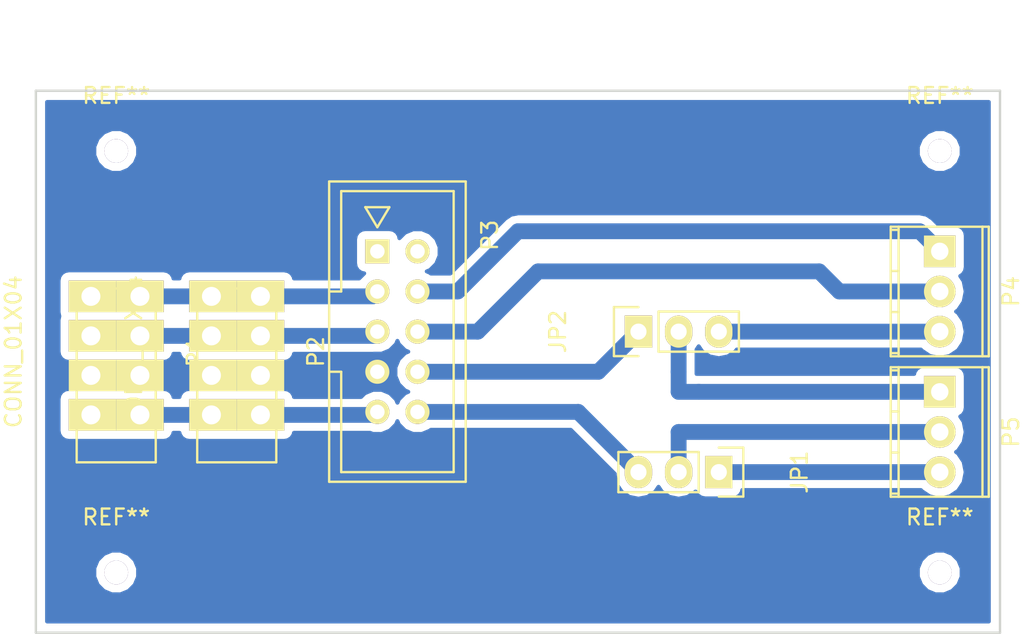
<source format=kicad_pcb>
(kicad_pcb (version 4) (host pcbnew 4.0.1-stable)

  (general
    (links 24)
    (no_connects 0)
    (area 106.736917 87.4 176.671203 128.06418)
    (thickness 1.6)
    (drawings 5)
    (tracks 45)
    (zones 0)
    (modules 11)
    (nets 15)
  )

  (page A4)
  (title_block
    (title "Connect board")
    (date 2016-03-18)
    (rev 1.0)
    (company "Manuel Bouyer")
  )

  (layers
    (0 F.Cu signal)
    (31 B.Cu signal)
    (32 B.Adhes user)
    (33 F.Adhes user)
    (34 B.Paste user)
    (35 F.Paste user)
    (36 B.SilkS user)
    (37 F.SilkS user)
    (38 B.Mask user)
    (39 F.Mask user)
    (40 Dwgs.User user)
    (41 Cmts.User user)
    (42 Eco1.User user)
    (43 Eco2.User user)
    (44 Edge.Cuts user)
    (45 Margin user)
    (46 B.CrtYd user)
    (47 F.CrtYd user)
    (48 B.Fab user)
    (49 F.Fab user)
  )

  (setup
    (last_trace_width 0.7)
    (user_trace_width 0.5)
    (user_trace_width 0.7)
    (user_trace_width 1)
    (user_trace_width 1.5)
    (user_trace_width 2)
    (trace_clearance 0.5)
    (zone_clearance 0.508)
    (zone_45_only no)
    (trace_min 0.5)
    (segment_width 0.2)
    (edge_width 0.15)
    (via_size 2)
    (via_drill 0.8)
    (via_min_size 2)
    (via_min_drill 0.8)
    (uvia_size 0.3)
    (uvia_drill 0.1)
    (uvias_allowed no)
    (uvia_min_size 0.2)
    (uvia_min_drill 0.1)
    (pcb_text_width 0.3)
    (pcb_text_size 1.5 1.5)
    (mod_edge_width 0.15)
    (mod_text_size 1 1)
    (mod_text_width 0.15)
    (pad_size 1.524 1.524)
    (pad_drill 0.762)
    (pad_to_mask_clearance 0.2)
    (aux_axis_origin 101.6 92.71)
    (grid_origin 101.6 92.71)
    (visible_elements 7FFFFFFF)
    (pcbplotparams
      (layerselection 0x00030_80000001)
      (usegerberextensions false)
      (excludeedgelayer true)
      (linewidth 0.100000)
      (plotframeref false)
      (viasonmask false)
      (mode 1)
      (useauxorigin false)
      (hpglpennumber 1)
      (hpglpenspeed 20)
      (hpglpendiameter 15)
      (hpglpenoverlay 2)
      (psnegative false)
      (psa4output false)
      (plotreference true)
      (plotvalue true)
      (plotinvisibletext false)
      (padsonsilk false)
      (subtractmaskfromsilk false)
      (outputformat 1)
      (mirror false)
      (drillshape 1)
      (scaleselection 1)
      (outputdirectory ""))
  )

  (net 0 "")
  (net 1 /RS232_RX)
  (net 2 /VHF_RX_A)
  (net 3 /A_TX)
  (net 4 /B_TX)
  (net 5 /VHF_RX_B)
  (net 6 /VHF_GND)
  (net 7 /CAN_+12V)
  (net 8 /CAN_GND)
  (net 9 /CANL)
  (net 10 /CANH)
  (net 11 "Net-(P3-Pad1)")
  (net 12 "Net-(P3-Pad2)")
  (net 13 /A_RX)
  (net 14 /B_RX)

  (net_class Default "This is the default net class."
    (clearance 0.5)
    (trace_width 0.7)
    (via_dia 2)
    (via_drill 0.8)
    (uvia_dia 0.3)
    (uvia_drill 0.1)
    (add_net /A_RX)
    (add_net /A_TX)
    (add_net /B_RX)
    (add_net /B_TX)
    (add_net /CANH)
    (add_net /CANL)
    (add_net /CAN_+12V)
    (add_net /CAN_GND)
    (add_net /RS232_RX)
    (add_net /VHF_GND)
    (add_net /VHF_RX_A)
    (add_net /VHF_RX_B)
    (add_net "Net-(P3-Pad1)")
    (add_net "Net-(P3-Pad2)")
  )

  (module local:MountingHole_dia3mm (layer F.Cu) (tedit 56C8246C) (tstamp 56CA6B95)
    (at 115.57 96.52)
    (descr "Mounting hole, Befestigungsbohrung, 2,5mm, No Annular, Kein Restring,")
    (tags "Mounting hole, Befestigungsbohrung, 2,5mm, No Annular, Kein Restring,")
    (fp_text reference REF** (at 0 -3.50012) (layer F.SilkS)
      (effects (font (size 1 1) (thickness 0.15)))
    )
    (fp_text value MountingHole_dia3mm (at 0.09906 3.59918) (layer F.Fab) hide
      (effects (font (size 1 1) (thickness 0.15)))
    )
    (fp_circle (center 0 0) (end 3 0) (layer Cmts.User) (width 0.381))
    (pad 1 thru_hole circle (at 0 0) (size 1.5 1.5) (drill 1.5) (layers *.Cu)
      (zone_connect 0))
  )

  (module local:MountingHole_dia3mm (layer F.Cu) (tedit 56C8246C) (tstamp 56CA6B8F)
    (at 115.57 123.19)
    (descr "Mounting hole, Befestigungsbohrung, 2,5mm, No Annular, Kein Restring,")
    (tags "Mounting hole, Befestigungsbohrung, 2,5mm, No Annular, Kein Restring,")
    (fp_text reference REF** (at 0 -3.50012) (layer F.SilkS)
      (effects (font (size 1 1) (thickness 0.15)))
    )
    (fp_text value MountingHole_dia3mm (at 0.09906 3.59918) (layer F.Fab) hide
      (effects (font (size 1 1) (thickness 0.15)))
    )
    (fp_circle (center 0 0) (end 3 0) (layer Cmts.User) (width 0.381))
    (pad 1 thru_hole circle (at 0 0) (size 1.5 1.5) (drill 1.5) (layers *.Cu)
      (zone_connect 0))
  )

  (module local:MountingHole_dia3mm (layer F.Cu) (tedit 56C8246C) (tstamp 56CA6B88)
    (at 167.64 123.19)
    (descr "Mounting hole, Befestigungsbohrung, 2,5mm, No Annular, Kein Restring,")
    (tags "Mounting hole, Befestigungsbohrung, 2,5mm, No Annular, Kein Restring,")
    (fp_text reference REF** (at 0 -3.50012) (layer F.SilkS)
      (effects (font (size 1 1) (thickness 0.15)))
    )
    (fp_text value MountingHole_dia3mm (at 0.09906 3.59918) (layer F.Fab) hide
      (effects (font (size 1 1) (thickness 0.15)))
    )
    (fp_circle (center 0 0) (end 3 0) (layer Cmts.User) (width 0.381))
    (pad 1 thru_hole circle (at 0 0) (size 1.5 1.5) (drill 1.5) (layers *.Cu)
      (zone_connect 0))
  )

  (module FS_Pin_Headers:Pin_Header_Straight_1x03 (layer F.Cu) (tedit 0) (tstamp 56CA5649)
    (at 153.67 116.84 270)
    (descr "Through hole pin header")
    (tags "pin header")
    (path /56C8223E)
    (fp_text reference JP1 (at 0 -5.1 270) (layer F.SilkS)
      (effects (font (size 1 1) (thickness 0.15)))
    )
    (fp_text value JUMPER3 (at 0 -3.1 270) (layer F.Fab)
      (effects (font (size 1 1) (thickness 0.15)))
    )
    (fp_line (start -1.75 -1.75) (end -1.75 6.85) (layer F.CrtYd) (width 0.05))
    (fp_line (start 1.75 -1.75) (end 1.75 6.85) (layer F.CrtYd) (width 0.05))
    (fp_line (start -1.75 -1.75) (end 1.75 -1.75) (layer F.CrtYd) (width 0.05))
    (fp_line (start -1.75 6.85) (end 1.75 6.85) (layer F.CrtYd) (width 0.05))
    (fp_line (start -1.27 1.27) (end -1.27 6.35) (layer F.SilkS) (width 0.15))
    (fp_line (start -1.27 6.35) (end 1.27 6.35) (layer F.SilkS) (width 0.15))
    (fp_line (start 1.27 6.35) (end 1.27 1.27) (layer F.SilkS) (width 0.15))
    (fp_line (start 1.55 -1.55) (end 1.55 0) (layer F.SilkS) (width 0.15))
    (fp_line (start 1.27 1.27) (end -1.27 1.27) (layer F.SilkS) (width 0.15))
    (fp_line (start -1.55 0) (end -1.55 -1.55) (layer F.SilkS) (width 0.15))
    (fp_line (start -1.55 -1.55) (end 1.55 -1.55) (layer F.SilkS) (width 0.15))
    (pad 1 thru_hole rect (at 0 0 270) (size 2.032 1.7272) (drill 1.016) (layers *.Cu *.Mask F.SilkS)
      (net 1 /RS232_RX))
    (pad 2 thru_hole oval (at 0 2.54 270) (size 2.032 1.7272) (drill 1.016) (layers *.Cu *.Mask F.SilkS)
      (net 2 /VHF_RX_A))
    (pad 3 thru_hole oval (at 0 5.08 270) (size 2.032 1.7272) (drill 1.016) (layers *.Cu *.Mask F.SilkS)
      (net 3 /A_TX))
    (model Pin_Headers.3dshapes/Pin_Header_Straight_1x03.wrl
      (at (xyz 0 -0.1 0))
      (scale (xyz 1 1 1))
      (rotate (xyz 0 0 90))
    )
  )

  (module FS_Pin_Headers:Pin_Header_Straight_1x03 (layer F.Cu) (tedit 0) (tstamp 56CA565B)
    (at 148.59 107.95 90)
    (descr "Through hole pin header")
    (tags "pin header")
    (path /56C8223F)
    (fp_text reference JP2 (at 0 -5.1 90) (layer F.SilkS)
      (effects (font (size 1 1) (thickness 0.15)))
    )
    (fp_text value JUMPER3 (at 0 -3.1 90) (layer F.Fab)
      (effects (font (size 1 1) (thickness 0.15)))
    )
    (fp_line (start -1.75 -1.75) (end -1.75 6.85) (layer F.CrtYd) (width 0.05))
    (fp_line (start 1.75 -1.75) (end 1.75 6.85) (layer F.CrtYd) (width 0.05))
    (fp_line (start -1.75 -1.75) (end 1.75 -1.75) (layer F.CrtYd) (width 0.05))
    (fp_line (start -1.75 6.85) (end 1.75 6.85) (layer F.CrtYd) (width 0.05))
    (fp_line (start -1.27 1.27) (end -1.27 6.35) (layer F.SilkS) (width 0.15))
    (fp_line (start -1.27 6.35) (end 1.27 6.35) (layer F.SilkS) (width 0.15))
    (fp_line (start 1.27 6.35) (end 1.27 1.27) (layer F.SilkS) (width 0.15))
    (fp_line (start 1.55 -1.55) (end 1.55 0) (layer F.SilkS) (width 0.15))
    (fp_line (start 1.27 1.27) (end -1.27 1.27) (layer F.SilkS) (width 0.15))
    (fp_line (start -1.55 0) (end -1.55 -1.55) (layer F.SilkS) (width 0.15))
    (fp_line (start -1.55 -1.55) (end 1.55 -1.55) (layer F.SilkS) (width 0.15))
    (pad 1 thru_hole rect (at 0 0 90) (size 2.032 1.7272) (drill 1.016) (layers *.Cu *.Mask F.SilkS)
      (net 4 /B_TX))
    (pad 2 thru_hole oval (at 0 2.54 90) (size 2.032 1.7272) (drill 1.016) (layers *.Cu *.Mask F.SilkS)
      (net 5 /VHF_RX_B))
    (pad 3 thru_hole oval (at 0 5.08 90) (size 2.032 1.7272) (drill 1.016) (layers *.Cu *.Mask F.SilkS)
      (net 6 /VHF_GND))
    (model Pin_Headers.3dshapes/Pin_Header_Straight_1x03.wrl
      (at (xyz 0 -0.1 0))
      (scale (xyz 1 1 1))
      (rotate (xyz 0 0 90))
    )
  )

  (module phoenix-local:phoenix_1770979 (layer F.Cu) (tedit 530C63AF) (tstamp 56CA566B)
    (at 115.57 109.22 90)
    (path /56C8223D)
    (fp_text reference P1 (at 0 5 90) (layer F.SilkS)
      (effects (font (size 1 1) (thickness 0.15)))
    )
    (fp_text value CONN_01X04 (at 0 -6.5 90) (layer F.SilkS)
      (effects (font (size 1 1) (thickness 0.15)))
    )
    (fp_line (start 4 2.5) (end 4 -2.5) (layer F.SilkS) (width 0.15))
    (fp_line (start 4 -2.5) (end -7 -2.5) (layer F.SilkS) (width 0.15))
    (fp_line (start -7 -2.5) (end -7 2.5) (layer F.SilkS) (width 0.15))
    (fp_line (start -7 2.5) (end 4 2.5) (layer F.SilkS) (width 0.15))
    (pad 1 thru_hole rect (at -4 1.5 90) (size 2 3) (drill 1.2) (layers *.Cu *.Mask F.SilkS)
      (net 7 /CAN_+12V))
    (pad 1 thru_hole rect (at -4 -1.6 90) (size 2 3) (drill 1.2 (offset 0 0.1)) (layers *.Cu *.Mask F.SilkS)
      (net 7 /CAN_+12V))
    (pad 2 thru_hole rect (at -1.5 -1.6 90) (size 2 3) (drill 1.2 (offset 0 0.1)) (layers *.Cu *.Mask F.SilkS)
      (net 8 /CAN_GND))
    (pad 2 thru_hole rect (at -1.5 1.5 90) (size 2 3) (drill 1.2) (layers *.Cu *.Mask F.SilkS)
      (net 8 /CAN_GND))
    (pad 3 thru_hole rect (at 1 1.5 90) (size 2 3) (drill 1.2) (layers *.Cu *.Mask F.SilkS)
      (net 9 /CANL))
    (pad 4 thru_hole rect (at 3.5 1.5 90) (size 2 3) (drill 1.2) (layers *.Cu *.Mask F.SilkS)
      (net 10 /CANH))
    (pad 4 thru_hole rect (at 3.5 -1.6 90) (size 2 3) (drill 1.2 (offset 0 0.1)) (layers *.Cu *.Mask F.SilkS)
      (net 10 /CANH))
    (pad 3 thru_hole rect (at 1 -1.6 90) (size 2 3) (drill 1.2 (offset 0 0.1)) (layers *.Cu *.Mask F.SilkS)
      (net 9 /CANL))
  )

  (module phoenix-local:phoenix_1770979 (layer F.Cu) (tedit 530C63AF) (tstamp 56CA567B)
    (at 123.19 109.22 90)
    (path /56C8223C)
    (fp_text reference P2 (at 0 5 90) (layer F.SilkS)
      (effects (font (size 1 1) (thickness 0.15)))
    )
    (fp_text value CONN_01X04 (at 0 -6.5 90) (layer F.SilkS)
      (effects (font (size 1 1) (thickness 0.15)))
    )
    (fp_line (start 4 2.5) (end 4 -2.5) (layer F.SilkS) (width 0.15))
    (fp_line (start 4 -2.5) (end -7 -2.5) (layer F.SilkS) (width 0.15))
    (fp_line (start -7 -2.5) (end -7 2.5) (layer F.SilkS) (width 0.15))
    (fp_line (start -7 2.5) (end 4 2.5) (layer F.SilkS) (width 0.15))
    (pad 1 thru_hole rect (at -4 1.5 90) (size 2 3) (drill 1.2) (layers *.Cu *.Mask F.SilkS)
      (net 7 /CAN_+12V))
    (pad 1 thru_hole rect (at -4 -1.6 90) (size 2 3) (drill 1.2 (offset 0 0.1)) (layers *.Cu *.Mask F.SilkS)
      (net 7 /CAN_+12V))
    (pad 2 thru_hole rect (at -1.5 -1.6 90) (size 2 3) (drill 1.2 (offset 0 0.1)) (layers *.Cu *.Mask F.SilkS)
      (net 8 /CAN_GND))
    (pad 2 thru_hole rect (at -1.5 1.5 90) (size 2 3) (drill 1.2) (layers *.Cu *.Mask F.SilkS)
      (net 8 /CAN_GND))
    (pad 3 thru_hole rect (at 1 1.5 90) (size 2 3) (drill 1.2) (layers *.Cu *.Mask F.SilkS)
      (net 9 /CANL))
    (pad 4 thru_hole rect (at 3.5 1.5 90) (size 2 3) (drill 1.2) (layers *.Cu *.Mask F.SilkS)
      (net 10 /CANH))
    (pad 4 thru_hole rect (at 3.5 -1.6 90) (size 2 3) (drill 1.2 (offset 0 0.1)) (layers *.Cu *.Mask F.SilkS)
      (net 10 /CANH))
    (pad 3 thru_hole rect (at 1 -1.6 90) (size 2 3) (drill 1.2 (offset 0 0.1)) (layers *.Cu *.Mask F.SilkS)
      (net 9 /CANL))
  )

  (module local:he10s-10d (layer F.Cu) (tedit 56C08102) (tstamp 56CA5697)
    (at 133.35 107.95 270)
    (descr "Connecteur HE10 10 contacts droit")
    (tags "CONN HE10")
    (path /56C8223B)
    (fp_text reference P3 (at -6.096 -5.842 270) (layer F.SilkS)
      (effects (font (size 1 1) (thickness 0.15)))
    )
    (fp_text value HE10-10 (at 6.096 5.842 270) (layer F.Fab)
      (effects (font (size 1 1) (thickness 0.15)))
    )
    (fp_line (start 9.502 -4.318) (end 9.502 4.318) (layer F.SilkS) (width 0.15))
    (fp_line (start 9.5 4.318) (end -9.5 4.318) (layer F.SilkS) (width 0.15))
    (fp_line (start -9.5 -4.318) (end 9.5 -4.318) (layer F.SilkS) (width 0.15))
    (fp_line (start -8.89 3.556) (end -8.89 -3.556) (layer F.SilkS) (width 0.15))
    (fp_line (start 8.89 3.556) (end 8.89 -3.556) (layer F.SilkS) (width 0.15))
    (fp_line (start -2.54 4.318) (end -2.54 3.556) (layer F.SilkS) (width 0.15))
    (fp_line (start -2.54 3.556) (end -8.89 3.556) (layer F.SilkS) (width 0.15))
    (fp_line (start -8.89 -3.556) (end 8.89 -3.556) (layer F.SilkS) (width 0.15))
    (fp_line (start 8.89 3.556) (end 2.54 3.556) (layer F.SilkS) (width 0.15))
    (fp_line (start 2.54 3.556) (end 2.54 4.318) (layer F.SilkS) (width 0.15))
    (fp_line (start -9.502 4.318) (end -9.502 -4.318) (layer F.SilkS) (width 0.15))
    (fp_line (start -6.604 1.27) (end -7.874 0.508) (layer F.SilkS) (width 0.15))
    (fp_line (start -7.874 0.508) (end -7.874 2.032) (layer F.SilkS) (width 0.15))
    (fp_line (start -7.874 2.032) (end -6.604 1.27) (layer F.SilkS) (width 0.15))
    (pad 1 thru_hole rect (at -5.08 1.27 270) (size 1.524 1.524) (drill 0.9144) (layers *.Cu *.Mask F.SilkS)
      (net 11 "Net-(P3-Pad1)"))
    (pad 2 thru_hole circle (at -5.08 -1.27 270) (size 1.524 1.524) (drill 0.9144) (layers *.Cu *.Mask F.SilkS)
      (net 12 "Net-(P3-Pad2)"))
    (pad 3 thru_hole circle (at -2.54 1.27 270) (size 1.524 1.524) (drill 0.9144) (layers *.Cu *.Mask F.SilkS)
      (net 10 /CANH))
    (pad 4 thru_hole circle (at -2.54 -1.27 270) (size 1.524 1.524) (drill 0.9144) (layers *.Cu *.Mask F.SilkS)
      (net 13 /A_RX))
    (pad 5 thru_hole circle (at 0 1.27 270) (size 1.524 1.524) (drill 0.9144) (layers *.Cu *.Mask F.SilkS)
      (net 9 /CANL))
    (pad 6 thru_hole circle (at 0 -1.27 270) (size 1.524 1.524) (drill 0.9144) (layers *.Cu *.Mask F.SilkS)
      (net 14 /B_RX))
    (pad 7 thru_hole circle (at 2.54 1.27 270) (size 1.524 1.524) (drill 0.9144) (layers *.Cu *.Mask F.SilkS)
      (net 8 /CAN_GND))
    (pad 8 thru_hole circle (at 2.54 -1.27 270) (size 1.524 1.524) (drill 0.9144) (layers *.Cu *.Mask F.SilkS)
      (net 4 /B_TX))
    (pad 9 thru_hole circle (at 5.08 1.27 270) (size 1.524 1.524) (drill 0.9144) (layers *.Cu *.Mask F.SilkS)
      (net 7 /CAN_+12V))
    (pad 10 thru_hole circle (at 5.08 -1.27 270) (size 1.524 1.524) (drill 0.9144) (layers *.Cu *.Mask F.SilkS)
      (net 3 /A_TX))
    (model Connect.3dshapes/he10-10d.wrl
      (at (xyz 0 0 0))
      (scale (xyz 1 1 1))
      (rotate (xyz 0 0 0))
    )
  )

  (module FS_Terminal_Blocks:TerminalBlock_Pheonix_MPT-2.54mm_3pol (layer F.Cu) (tedit 0) (tstamp 56CA56AC)
    (at 167.64 102.87 270)
    (descr "3-way 2.54mm pitch terminal block, Phoenix MPT series")
    (path /00000000)
    (fp_text reference P4 (at 2.54 -4.50088 270) (layer F.SilkS)
      (effects (font (size 1 1) (thickness 0.15)))
    )
    (fp_text value CONN_01X03 (at 2.54 4.50088 270) (layer F.Fab)
      (effects (font (size 1 1) (thickness 0.15)))
    )
    (fp_line (start -1.778 3.302) (end 6.858 3.302) (layer F.CrtYd) (width 0.05))
    (fp_line (start -1.778 -3.302) (end -1.778 3.302) (layer F.CrtYd) (width 0.05))
    (fp_line (start 6.858 -3.302) (end -1.778 -3.302) (layer F.CrtYd) (width 0.05))
    (fp_line (start 6.858 3.302) (end 6.858 -3.302) (layer F.CrtYd) (width 0.05))
    (fp_line (start 6.63956 -3.0988) (end -1.55956 -3.0988) (layer F.SilkS) (width 0.15))
    (fp_line (start 6.63956 -2.70002) (end -1.55956 -2.70002) (layer F.SilkS) (width 0.15))
    (fp_line (start 6.63956 2.60096) (end -1.55956 2.60096) (layer F.SilkS) (width 0.15))
    (fp_line (start -1.55956 3.0988) (end 6.63956 3.0988) (layer F.SilkS) (width 0.15))
    (fp_line (start 3.84048 2.60096) (end 3.84048 3.0988) (layer F.SilkS) (width 0.15))
    (fp_line (start -1.3589 3.0988) (end -1.3589 2.60096) (layer F.SilkS) (width 0.15))
    (fp_line (start 6.44144 2.60096) (end 6.44144 3.0988) (layer F.SilkS) (width 0.15))
    (fp_line (start 1.24206 3.0988) (end 1.24206 2.60096) (layer F.SilkS) (width 0.15))
    (fp_line (start 6.63956 3.0988) (end 6.63956 -3.0988) (layer F.SilkS) (width 0.15))
    (fp_line (start -1.55702 -3.0988) (end -1.55702 3.0988) (layer F.SilkS) (width 0.15))
    (pad 3 thru_hole oval (at 5.08 0 270) (size 1.99898 1.99898) (drill 1.09728) (layers *.Cu *.Mask F.SilkS)
      (net 6 /VHF_GND))
    (pad 1 thru_hole rect (at 0 0 270) (size 1.99898 1.99898) (drill 1.09728) (layers *.Cu *.Mask F.SilkS)
      (net 13 /A_RX))
    (pad 2 thru_hole oval (at 2.54 0 270) (size 1.99898 1.99898) (drill 1.09728) (layers *.Cu *.Mask F.SilkS)
      (net 14 /B_RX))
    (model Terminal_Blocks.3dshapes/TerminalBlock_Pheonix_MPT-2.54mm_3pol.wrl
      (at (xyz 0.1 0 0))
      (scale (xyz 1 1 1))
      (rotate (xyz 0 0 0))
    )
  )

  (module FS_Terminal_Blocks:TerminalBlock_Pheonix_MPT-2.54mm_3pol (layer F.Cu) (tedit 0) (tstamp 56CA56C1)
    (at 167.64 111.76 270)
    (descr "3-way 2.54mm pitch terminal block, Phoenix MPT series")
    (path /56C82240)
    (fp_text reference P5 (at 2.54 -4.50088 270) (layer F.SilkS)
      (effects (font (size 1 1) (thickness 0.15)))
    )
    (fp_text value CONN_01X03 (at 2.54 4.50088 270) (layer F.Fab)
      (effects (font (size 1 1) (thickness 0.15)))
    )
    (fp_line (start -1.778 3.302) (end 6.858 3.302) (layer F.CrtYd) (width 0.05))
    (fp_line (start -1.778 -3.302) (end -1.778 3.302) (layer F.CrtYd) (width 0.05))
    (fp_line (start 6.858 -3.302) (end -1.778 -3.302) (layer F.CrtYd) (width 0.05))
    (fp_line (start 6.858 3.302) (end 6.858 -3.302) (layer F.CrtYd) (width 0.05))
    (fp_line (start 6.63956 -3.0988) (end -1.55956 -3.0988) (layer F.SilkS) (width 0.15))
    (fp_line (start 6.63956 -2.70002) (end -1.55956 -2.70002) (layer F.SilkS) (width 0.15))
    (fp_line (start 6.63956 2.60096) (end -1.55956 2.60096) (layer F.SilkS) (width 0.15))
    (fp_line (start -1.55956 3.0988) (end 6.63956 3.0988) (layer F.SilkS) (width 0.15))
    (fp_line (start 3.84048 2.60096) (end 3.84048 3.0988) (layer F.SilkS) (width 0.15))
    (fp_line (start -1.3589 3.0988) (end -1.3589 2.60096) (layer F.SilkS) (width 0.15))
    (fp_line (start 6.44144 2.60096) (end 6.44144 3.0988) (layer F.SilkS) (width 0.15))
    (fp_line (start 1.24206 3.0988) (end 1.24206 2.60096) (layer F.SilkS) (width 0.15))
    (fp_line (start 6.63956 3.0988) (end 6.63956 -3.0988) (layer F.SilkS) (width 0.15))
    (fp_line (start -1.55702 -3.0988) (end -1.55702 3.0988) (layer F.SilkS) (width 0.15))
    (pad 3 thru_hole oval (at 5.08 0 270) (size 1.99898 1.99898) (drill 1.09728) (layers *.Cu *.Mask F.SilkS)
      (net 1 /RS232_RX))
    (pad 1 thru_hole rect (at 0 0 270) (size 1.99898 1.99898) (drill 1.09728) (layers *.Cu *.Mask F.SilkS)
      (net 5 /VHF_RX_B))
    (pad 2 thru_hole oval (at 2.54 0 270) (size 1.99898 1.99898) (drill 1.09728) (layers *.Cu *.Mask F.SilkS)
      (net 2 /VHF_RX_A))
    (model Terminal_Blocks.3dshapes/TerminalBlock_Pheonix_MPT-2.54mm_3pol.wrl
      (at (xyz 0.1 0 0))
      (scale (xyz 1 1 1))
      (rotate (xyz 0 0 0))
    )
  )

  (module local:MountingHole_dia3mm (layer F.Cu) (tedit 56C8246C) (tstamp 56CA6B73)
    (at 167.64 96.52)
    (descr "Mounting hole, Befestigungsbohrung, 2,5mm, No Annular, Kein Restring,")
    (tags "Mounting hole, Befestigungsbohrung, 2,5mm, No Annular, Kein Restring,")
    (fp_text reference REF** (at 0 -3.50012) (layer F.SilkS)
      (effects (font (size 1 1) (thickness 0.15)))
    )
    (fp_text value MountingHole_dia3mm (at 0.09906 3.59918) (layer F.Fab) hide
      (effects (font (size 1 1) (thickness 0.15)))
    )
    (fp_circle (center 0 0) (end 3 0) (layer Cmts.User) (width 0.381))
    (pad 1 thru_hole circle (at 0 0) (size 1.5 1.5) (drill 1.5) (layers *.Cu)
      (zone_connect 0))
  )

  (dimension 60.96 (width 0.3) (layer Dwgs.User)
    (gr_text "60.960 mm" (at 140.97 88.9) (layer Dwgs.User)
      (effects (font (size 1.5 1.5) (thickness 0.3)))
    )
    (feature1 (pts (xy 171.45 90.17) (xy 171.45 90.17)))
    (feature2 (pts (xy 110.49 90.17) (xy 110.49 90.17)))
    (crossbar (pts (xy 110.49 90.17) (xy 171.45 90.17)))
    (arrow1a (pts (xy 171.45 90.17) (xy 170.323496 90.756421)))
    (arrow1b (pts (xy 171.45 90.17) (xy 170.323496 89.583579)))
    (arrow2a (pts (xy 110.49 90.17) (xy 111.616504 90.756421)))
    (arrow2b (pts (xy 110.49 90.17) (xy 111.616504 89.583579)))
  )
  (gr_line (start 110.49 92.71) (end 171.45 92.71) (angle 90) (layer Edge.Cuts) (width 0.15))
  (gr_line (start 110.49 127) (end 110.49 92.71) (angle 90) (layer Edge.Cuts) (width 0.15))
  (gr_line (start 171.45 127) (end 110.49 127) (angle 90) (layer Edge.Cuts) (width 0.15))
  (gr_line (start 171.45 92.71) (end 171.45 127) (angle 90) (layer Edge.Cuts) (width 0.15))

  (segment (start 167.64 116.84) (end 153.67 116.84) (width 1) (layer B.Cu) (net 1))
  (segment (start 167.64 114.3) (end 151.13 114.3) (width 1) (layer B.Cu) (net 2))
  (segment (start 151.13 114.3) (end 151.13 116.84) (width 1) (layer B.Cu) (net 2) (tstamp 56CA57F3))
  (segment (start 144.78 113.03) (end 148.59 116.84) (width 1) (layer B.Cu) (net 3) (tstamp 56CA57EC))
  (segment (start 134.62 113.03) (end 144.78 113.03) (width 1) (layer B.Cu) (net 3))
  (segment (start 134.62 110.49) (end 146.05 110.49) (width 1) (layer B.Cu) (net 4))
  (segment (start 146.05 110.49) (end 148.59 107.95) (width 1) (layer B.Cu) (net 4) (tstamp 56CA57E9))
  (segment (start 151.13 110.49) (end 151.13 111.76) (width 1) (layer B.Cu) (net 5))
  (segment (start 151.13 111.76) (end 152.4 111.76) (width 1) (layer B.Cu) (net 5) (tstamp 56CA57FB))
  (segment (start 152.4 111.76) (end 167.64 111.76) (width 1) (layer B.Cu) (net 5))
  (segment (start 151.13 107.95) (end 151.13 110.49) (width 1) (layer B.Cu) (net 5) (tstamp 56CA57F7))
  (segment (start 167.64 107.95) (end 153.67 107.95) (width 1) (layer B.Cu) (net 6))
  (segment (start 121.59 113.22) (end 124.69 113.22) (width 1) (layer B.Cu) (net 7) (status 30))
  (segment (start 117.07 113.22) (end 121.59 113.22) (width 1) (layer B.Cu) (net 7) (tstamp 56CA57CA) (status 10))
  (segment (start 113.97 113.22) (end 117.07 113.22) (width 1) (layer B.Cu) (net 7) (status 30))
  (segment (start 124.69 113.22) (end 131.89 113.22) (width 1) (layer B.Cu) (net 7) (tstamp 56CA57CE) (status 10))
  (segment (start 124.69 113.22) (end 124.88 113.03) (width 0.7) (layer B.Cu) (net 7) (tstamp 56CA5796) (status 30))
  (segment (start 131.89 113.22) (end 132.08 113.03) (width 1) (layer B.Cu) (net 7) (tstamp 56CA57CF))
  (segment (start 113.97 110.72) (end 117.07 110.72) (width 1) (layer B.Cu) (net 8) (status 30))
  (segment (start 121.59 110.72) (end 124.69 110.72) (width 1) (layer B.Cu) (net 8) (tstamp 56CA57C5) (status 30))
  (segment (start 117.07 110.72) (end 121.59 110.72) (width 1) (layer B.Cu) (net 8) (tstamp 56CA57C4) (status 10))
  (segment (start 124.69 110.72) (end 131.85 110.72) (width 1) (layer B.Cu) (net 8) (tstamp 56CA57C6) (status 10))
  (segment (start 124.69 110.72) (end 124.92 110.49) (width 0.7) (layer B.Cu) (net 8) (tstamp 56CA5790) (status 30))
  (segment (start 131.85 110.72) (end 132.08 110.49) (width 1) (layer B.Cu) (net 8) (tstamp 56CA57C7))
  (segment (start 113.97 108.22) (end 117.07 108.22) (width 1) (layer B.Cu) (net 9) (status 30))
  (segment (start 121.59 108.22) (end 124.69 108.22) (width 1) (layer B.Cu) (net 9) (tstamp 56CA57BF) (status 30))
  (segment (start 117.07 108.22) (end 121.59 108.22) (width 1) (layer B.Cu) (net 9) (tstamp 56CA57BE) (status 10))
  (segment (start 124.69 108.22) (end 131.81 108.22) (width 1) (layer B.Cu) (net 9) (tstamp 56CA57C0) (status 10))
  (segment (start 131.81 108.22) (end 132.08 107.95) (width 1) (layer B.Cu) (net 9) (tstamp 56CA57C1))
  (segment (start 124.69 108.22) (end 124.96 107.95) (width 0.7) (layer B.Cu) (net 9) (tstamp 56CA578A) (status 30))
  (segment (start 113.97 105.72) (end 117.07 105.72) (width 1) (layer B.Cu) (net 10) (status 30))
  (segment (start 121.59 105.72) (end 124.69 105.72) (width 1) (layer B.Cu) (net 10) (tstamp 56CA57B9) (status 30))
  (segment (start 117.07 105.72) (end 121.59 105.72) (width 1) (layer B.Cu) (net 10) (tstamp 56CA57B8) (status 10))
  (segment (start 124.69 105.72) (end 131.77 105.72) (width 1) (layer B.Cu) (net 10) (tstamp 56CA57BA) (status 10))
  (segment (start 124.69 105.72) (end 125 105.41) (width 0.7) (layer B.Cu) (net 10) (tstamp 56CA5783) (status 30))
  (segment (start 131.77 105.72) (end 132.08 105.41) (width 1) (layer B.Cu) (net 10) (tstamp 56CA57BB))
  (segment (start 134.62 105.41) (end 137.16 105.41) (width 1) (layer B.Cu) (net 13))
  (segment (start 137.16 105.41) (end 140.97 101.6) (width 1) (layer B.Cu) (net 13) (tstamp 56CA57D4))
  (segment (start 140.97 101.6) (end 166.37 101.6) (width 1) (layer B.Cu) (net 13) (tstamp 56CA57D5))
  (segment (start 166.37 101.6) (end 167.64 102.87) (width 1) (layer B.Cu) (net 13) (tstamp 56CA57D6))
  (segment (start 134.62 107.95) (end 138.43 107.95) (width 1) (layer B.Cu) (net 14))
  (segment (start 138.43 107.95) (end 142.24 104.14) (width 1) (layer B.Cu) (net 14) (tstamp 56CA57D9))
  (segment (start 142.24 104.14) (end 160.02 104.14) (width 1) (layer B.Cu) (net 14) (tstamp 56CA57DA))
  (segment (start 160.02 104.14) (end 161.29 105.41) (width 1) (layer B.Cu) (net 14) (tstamp 56CA57DB))
  (segment (start 161.29 105.41) (end 167.64 105.41) (width 1) (layer B.Cu) (net 14) (tstamp 56CA57DC))

  (zone (net 8) (net_name /CAN_GND) (layer B.Cu) (tstamp 56CA6BA3) (hatch edge 0.508)
    (connect_pads yes (clearance 0.508))
    (min_thickness 0.254)
    (fill yes (arc_segments 16) (thermal_gap 0.508) (thermal_bridge_width 0.508))
    (polygon
      (pts
        (xy 171.45 127) (xy 110.49 127) (xy 110.49 92.71) (xy 171.45 92.71) (xy 171.45 127)
      )
    )
    (filled_polygon
      (pts
        (xy 170.74 126.29) (xy 111.2 126.29) (xy 111.2 123.464285) (xy 114.18476 123.464285) (xy 114.395169 123.973515)
        (xy 114.784436 124.363461) (xy 115.293298 124.574759) (xy 115.844285 124.57524) (xy 116.353515 124.364831) (xy 116.743461 123.975564)
        (xy 116.954759 123.466702) (xy 116.954761 123.464285) (xy 166.25476 123.464285) (xy 166.465169 123.973515) (xy 166.854436 124.363461)
        (xy 167.363298 124.574759) (xy 167.914285 124.57524) (xy 168.423515 124.364831) (xy 168.813461 123.975564) (xy 169.024759 123.466702)
        (xy 169.02524 122.915715) (xy 168.814831 122.406485) (xy 168.425564 122.016539) (xy 167.916702 121.805241) (xy 167.365715 121.80476)
        (xy 166.856485 122.015169) (xy 166.466539 122.404436) (xy 166.255241 122.913298) (xy 166.25476 123.464285) (xy 116.954761 123.464285)
        (xy 116.95524 122.915715) (xy 116.744831 122.406485) (xy 116.355564 122.016539) (xy 115.846702 121.805241) (xy 115.295715 121.80476)
        (xy 114.786485 122.015169) (xy 114.396539 122.404436) (xy 114.185241 122.913298) (xy 114.18476 123.464285) (xy 111.2 123.464285)
        (xy 111.2 104.72) (xy 111.92256 104.72) (xy 111.92256 106.72) (xy 111.966838 106.955317) (xy 111.974342 106.966979)
        (xy 111.973569 106.96811) (xy 111.92256 107.22) (xy 111.92256 109.22) (xy 111.966838 109.455317) (xy 112.10591 109.671441)
        (xy 112.31811 109.816431) (xy 112.57 109.86744) (xy 118.57 109.86744) (xy 118.805317 109.823162) (xy 119.021441 109.68409)
        (xy 119.166431 109.47189) (xy 119.190102 109.355) (xy 119.567962 109.355) (xy 119.586838 109.455317) (xy 119.72591 109.671441)
        (xy 119.93811 109.816431) (xy 120.19 109.86744) (xy 126.19 109.86744) (xy 126.425317 109.823162) (xy 126.641441 109.68409)
        (xy 126.786431 109.47189) (xy 126.810102 109.355) (xy 131.81 109.355) (xy 131.851219 109.346801) (xy 132.356661 109.347242)
        (xy 132.870303 109.13501) (xy 133.263629 108.74237) (xy 133.349949 108.534488) (xy 133.43499 108.740303) (xy 133.82763 109.133629)
        (xy 134.035512 109.219949) (xy 133.829697 109.30499) (xy 133.436371 109.69763) (xy 133.223243 110.2109) (xy 133.222758 110.766661)
        (xy 133.43499 111.280303) (xy 133.82763 111.673629) (xy 134.035512 111.759949) (xy 133.829697 111.84499) (xy 133.436371 112.23763)
        (xy 133.350051 112.445512) (xy 133.26501 112.239697) (xy 132.87237 111.846371) (xy 132.3591 111.633243) (xy 131.803339 111.632758)
        (xy 131.289697 111.84499) (xy 131.049268 112.085) (xy 126.812038 112.085) (xy 126.793162 111.984683) (xy 126.65409 111.768559)
        (xy 126.44189 111.623569) (xy 126.19 111.57256) (xy 120.19 111.57256) (xy 119.954683 111.616838) (xy 119.738559 111.75591)
        (xy 119.593569 111.96811) (xy 119.569898 112.085) (xy 119.192038 112.085) (xy 119.173162 111.984683) (xy 119.03409 111.768559)
        (xy 118.82189 111.623569) (xy 118.57 111.57256) (xy 112.57 111.57256) (xy 112.334683 111.616838) (xy 112.118559 111.75591)
        (xy 111.973569 111.96811) (xy 111.92256 112.22) (xy 111.92256 114.22) (xy 111.966838 114.455317) (xy 112.10591 114.671441)
        (xy 112.31811 114.816431) (xy 112.57 114.86744) (xy 118.57 114.86744) (xy 118.805317 114.823162) (xy 119.021441 114.68409)
        (xy 119.166431 114.47189) (xy 119.190102 114.355) (xy 119.567962 114.355) (xy 119.586838 114.455317) (xy 119.72591 114.671441)
        (xy 119.93811 114.816431) (xy 120.19 114.86744) (xy 126.19 114.86744) (xy 126.425317 114.823162) (xy 126.641441 114.68409)
        (xy 126.786431 114.47189) (xy 126.810102 114.355) (xy 131.62809 114.355) (xy 131.8009 114.426757) (xy 132.356661 114.427242)
        (xy 132.870303 114.21501) (xy 133.263629 113.82237) (xy 133.349949 113.614488) (xy 133.43499 113.820303) (xy 133.82763 114.213629)
        (xy 134.3409 114.426757) (xy 134.896661 114.427242) (xy 135.410303 114.21501) (xy 135.4604 114.165) (xy 144.309868 114.165)
        (xy 147.0914 116.946532) (xy 147.0914 117.024745) (xy 147.205474 117.598234) (xy 147.53033 118.084415) (xy 148.016511 118.409271)
        (xy 148.59 118.523345) (xy 149.163489 118.409271) (xy 149.64967 118.084415) (xy 149.86 117.769634) (xy 150.07033 118.084415)
        (xy 150.556511 118.409271) (xy 151.13 118.523345) (xy 151.703489 118.409271) (xy 152.18967 118.084415) (xy 152.199243 118.070087)
        (xy 152.203238 118.091317) (xy 152.34231 118.307441) (xy 152.55451 118.452431) (xy 152.8064 118.50344) (xy 154.5336 118.50344)
        (xy 154.768917 118.459162) (xy 154.985041 118.32009) (xy 155.130031 118.10789) (xy 155.156942 117.975) (xy 166.448974 117.975)
        (xy 166.484241 118.027781) (xy 167.014508 118.382094) (xy 167.64 118.506512) (xy 168.265492 118.382094) (xy 168.795759 118.027781)
        (xy 169.150072 117.497514) (xy 169.27449 116.872022) (xy 169.27449 116.807978) (xy 169.150072 116.182486) (xy 168.795759 115.652219)
        (xy 168.67271 115.57) (xy 168.795759 115.487781) (xy 169.150072 114.957514) (xy 169.27449 114.332022) (xy 169.27449 114.267978)
        (xy 169.150072 113.642486) (xy 168.936547 113.322923) (xy 169.090931 113.22358) (xy 169.235921 113.01138) (xy 169.28693 112.75949)
        (xy 169.28693 110.76051) (xy 169.242652 110.525193) (xy 169.10358 110.309069) (xy 168.89138 110.164079) (xy 168.63949 110.11307)
        (xy 166.64051 110.11307) (xy 166.405193 110.157348) (xy 166.189069 110.29642) (xy 166.044079 110.50862) (xy 166.020511 110.625)
        (xy 152.265 110.625) (xy 152.265 109.081676) (xy 152.4 108.879634) (xy 152.61033 109.194415) (xy 153.096511 109.519271)
        (xy 153.67 109.633345) (xy 154.243489 109.519271) (xy 154.72967 109.194415) (xy 154.802779 109.085) (xy 166.448974 109.085)
        (xy 166.484241 109.137781) (xy 167.014508 109.492094) (xy 167.64 109.616512) (xy 168.265492 109.492094) (xy 168.795759 109.137781)
        (xy 169.150072 108.607514) (xy 169.27449 107.982022) (xy 169.27449 107.917978) (xy 169.150072 107.292486) (xy 168.795759 106.762219)
        (xy 168.67271 106.68) (xy 168.795759 106.597781) (xy 169.150072 106.067514) (xy 169.27449 105.442022) (xy 169.27449 105.377978)
        (xy 169.150072 104.752486) (xy 168.936547 104.432923) (xy 169.090931 104.33358) (xy 169.235921 104.12138) (xy 169.28693 103.86949)
        (xy 169.28693 101.87051) (xy 169.242652 101.635193) (xy 169.10358 101.419069) (xy 168.89138 101.274079) (xy 168.63949 101.22307)
        (xy 167.598202 101.22307) (xy 167.172566 100.797434) (xy 166.804346 100.551397) (xy 166.37 100.465) (xy 140.97 100.465)
        (xy 140.535655 100.551396) (xy 140.167434 100.797434) (xy 136.689868 104.275) (xy 135.460914 104.275) (xy 135.41237 104.226371)
        (xy 135.204488 104.140051) (xy 135.410303 104.05501) (xy 135.803629 103.66237) (xy 136.016757 103.1491) (xy 136.017242 102.593339)
        (xy 135.80501 102.079697) (xy 135.41237 101.686371) (xy 134.8991 101.473243) (xy 134.343339 101.472758) (xy 133.829697 101.68499)
        (xy 133.476237 102.037833) (xy 133.445162 101.872683) (xy 133.30609 101.656559) (xy 133.09389 101.511569) (xy 132.842 101.46056)
        (xy 131.318 101.46056) (xy 131.082683 101.504838) (xy 130.866559 101.64391) (xy 130.721569 101.85611) (xy 130.67056 102.108)
        (xy 130.67056 103.632) (xy 130.714838 103.867317) (xy 130.85391 104.083441) (xy 131.06611 104.228431) (xy 131.249124 104.265492)
        (xy 130.929058 104.585) (xy 126.812038 104.585) (xy 126.793162 104.484683) (xy 126.65409 104.268559) (xy 126.44189 104.123569)
        (xy 126.19 104.07256) (xy 120.19 104.07256) (xy 119.954683 104.116838) (xy 119.738559 104.25591) (xy 119.593569 104.46811)
        (xy 119.569898 104.585) (xy 119.192038 104.585) (xy 119.173162 104.484683) (xy 119.03409 104.268559) (xy 118.82189 104.123569)
        (xy 118.57 104.07256) (xy 112.57 104.07256) (xy 112.334683 104.116838) (xy 112.118559 104.25591) (xy 111.973569 104.46811)
        (xy 111.92256 104.72) (xy 111.2 104.72) (xy 111.2 96.794285) (xy 114.18476 96.794285) (xy 114.395169 97.303515)
        (xy 114.784436 97.693461) (xy 115.293298 97.904759) (xy 115.844285 97.90524) (xy 116.353515 97.694831) (xy 116.743461 97.305564)
        (xy 116.954759 96.796702) (xy 116.954761 96.794285) (xy 166.25476 96.794285) (xy 166.465169 97.303515) (xy 166.854436 97.693461)
        (xy 167.363298 97.904759) (xy 167.914285 97.90524) (xy 168.423515 97.694831) (xy 168.813461 97.305564) (xy 169.024759 96.796702)
        (xy 169.02524 96.245715) (xy 168.814831 95.736485) (xy 168.425564 95.346539) (xy 167.916702 95.135241) (xy 167.365715 95.13476)
        (xy 166.856485 95.345169) (xy 166.466539 95.734436) (xy 166.255241 96.243298) (xy 166.25476 96.794285) (xy 116.954761 96.794285)
        (xy 116.95524 96.245715) (xy 116.744831 95.736485) (xy 116.355564 95.346539) (xy 115.846702 95.135241) (xy 115.295715 95.13476)
        (xy 114.786485 95.345169) (xy 114.396539 95.734436) (xy 114.185241 96.243298) (xy 114.18476 96.794285) (xy 111.2 96.794285)
        (xy 111.2 93.42) (xy 170.74 93.42)
      )
    )
  )
)

</source>
